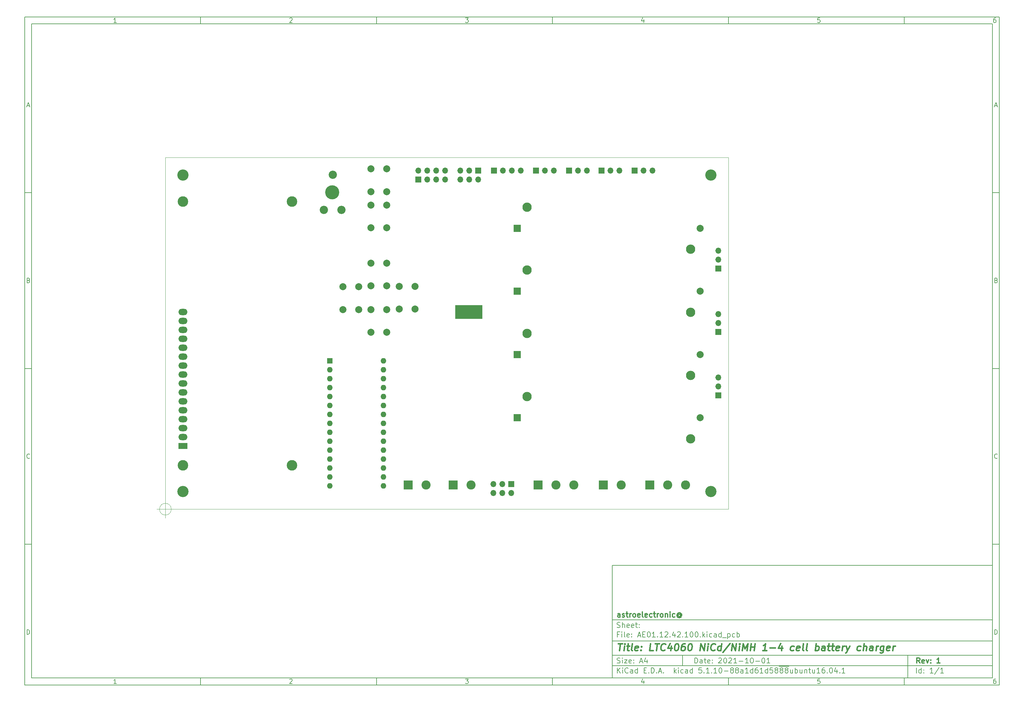
<source format=gbr>
%TF.GenerationSoftware,KiCad,Pcbnew,5.1.10-88a1d61d58~88~ubuntu16.04.1*%
%TF.CreationDate,2021-10-02T00:42:02+02:00*%
%TF.ProjectId,AE01.12.42.100,41453031-2e31-4322-9e34-322e3130302e,1*%
%TF.SameCoordinates,Original*%
%TF.FileFunction,Soldermask,Bot*%
%TF.FilePolarity,Negative*%
%FSLAX46Y46*%
G04 Gerber Fmt 4.6, Leading zero omitted, Abs format (unit mm)*
G04 Created by KiCad (PCBNEW 5.1.10-88a1d61d58~88~ubuntu16.04.1) date 2021-10-02 00:42:02*
%MOMM*%
%LPD*%
G01*
G04 APERTURE LIST*
%ADD10C,0.100000*%
%ADD11C,0.150000*%
%ADD12C,0.300000*%
%ADD13C,0.400000*%
%TA.AperFunction,Profile*%
%ADD14C,0.050000*%
%TD*%
%ADD15O,1.700000X1.700000*%
%ADD16R,1.700000X1.700000*%
%ADD17R,2.000000X2.000000*%
%ADD18C,2.000000*%
%ADD19C,2.640000*%
%ADD20C,4.000000*%
%ADD21C,2.340000*%
%ADD22C,3.000000*%
%ADD23O,2.600000X1.800000*%
%ADD24R,2.600000X1.800000*%
%ADD25C,3.200000*%
%ADD26C,2.600000*%
%ADD27R,2.600000X2.600000*%
%ADD28R,1.600000X1.600000*%
%ADD29O,1.600000X1.600000*%
G04 APERTURE END LIST*
D10*
D11*
X177002200Y-166007200D02*
X177002200Y-198007200D01*
X285002200Y-198007200D01*
X285002200Y-166007200D01*
X177002200Y-166007200D01*
D10*
D11*
X10000000Y-10000000D02*
X10000000Y-200007200D01*
X287002200Y-200007200D01*
X287002200Y-10000000D01*
X10000000Y-10000000D01*
D10*
D11*
X12000000Y-12000000D02*
X12000000Y-198007200D01*
X285002200Y-198007200D01*
X285002200Y-12000000D01*
X12000000Y-12000000D01*
D10*
D11*
X60000000Y-12000000D02*
X60000000Y-10000000D01*
D10*
D11*
X110000000Y-12000000D02*
X110000000Y-10000000D01*
D10*
D11*
X160000000Y-12000000D02*
X160000000Y-10000000D01*
D10*
D11*
X210000000Y-12000000D02*
X210000000Y-10000000D01*
D10*
D11*
X260000000Y-12000000D02*
X260000000Y-10000000D01*
D10*
D11*
X36065476Y-11588095D02*
X35322619Y-11588095D01*
X35694047Y-11588095D02*
X35694047Y-10288095D01*
X35570238Y-10473809D01*
X35446428Y-10597619D01*
X35322619Y-10659523D01*
D10*
D11*
X85322619Y-10411904D02*
X85384523Y-10350000D01*
X85508333Y-10288095D01*
X85817857Y-10288095D01*
X85941666Y-10350000D01*
X86003571Y-10411904D01*
X86065476Y-10535714D01*
X86065476Y-10659523D01*
X86003571Y-10845238D01*
X85260714Y-11588095D01*
X86065476Y-11588095D01*
D10*
D11*
X135260714Y-10288095D02*
X136065476Y-10288095D01*
X135632142Y-10783333D01*
X135817857Y-10783333D01*
X135941666Y-10845238D01*
X136003571Y-10907142D01*
X136065476Y-11030952D01*
X136065476Y-11340476D01*
X136003571Y-11464285D01*
X135941666Y-11526190D01*
X135817857Y-11588095D01*
X135446428Y-11588095D01*
X135322619Y-11526190D01*
X135260714Y-11464285D01*
D10*
D11*
X185941666Y-10721428D02*
X185941666Y-11588095D01*
X185632142Y-10226190D02*
X185322619Y-11154761D01*
X186127380Y-11154761D01*
D10*
D11*
X236003571Y-10288095D02*
X235384523Y-10288095D01*
X235322619Y-10907142D01*
X235384523Y-10845238D01*
X235508333Y-10783333D01*
X235817857Y-10783333D01*
X235941666Y-10845238D01*
X236003571Y-10907142D01*
X236065476Y-11030952D01*
X236065476Y-11340476D01*
X236003571Y-11464285D01*
X235941666Y-11526190D01*
X235817857Y-11588095D01*
X235508333Y-11588095D01*
X235384523Y-11526190D01*
X235322619Y-11464285D01*
D10*
D11*
X285941666Y-10288095D02*
X285694047Y-10288095D01*
X285570238Y-10350000D01*
X285508333Y-10411904D01*
X285384523Y-10597619D01*
X285322619Y-10845238D01*
X285322619Y-11340476D01*
X285384523Y-11464285D01*
X285446428Y-11526190D01*
X285570238Y-11588095D01*
X285817857Y-11588095D01*
X285941666Y-11526190D01*
X286003571Y-11464285D01*
X286065476Y-11340476D01*
X286065476Y-11030952D01*
X286003571Y-10907142D01*
X285941666Y-10845238D01*
X285817857Y-10783333D01*
X285570238Y-10783333D01*
X285446428Y-10845238D01*
X285384523Y-10907142D01*
X285322619Y-11030952D01*
D10*
D11*
X60000000Y-198007200D02*
X60000000Y-200007200D01*
D10*
D11*
X110000000Y-198007200D02*
X110000000Y-200007200D01*
D10*
D11*
X160000000Y-198007200D02*
X160000000Y-200007200D01*
D10*
D11*
X210000000Y-198007200D02*
X210000000Y-200007200D01*
D10*
D11*
X260000000Y-198007200D02*
X260000000Y-200007200D01*
D10*
D11*
X36065476Y-199595295D02*
X35322619Y-199595295D01*
X35694047Y-199595295D02*
X35694047Y-198295295D01*
X35570238Y-198481009D01*
X35446428Y-198604819D01*
X35322619Y-198666723D01*
D10*
D11*
X85322619Y-198419104D02*
X85384523Y-198357200D01*
X85508333Y-198295295D01*
X85817857Y-198295295D01*
X85941666Y-198357200D01*
X86003571Y-198419104D01*
X86065476Y-198542914D01*
X86065476Y-198666723D01*
X86003571Y-198852438D01*
X85260714Y-199595295D01*
X86065476Y-199595295D01*
D10*
D11*
X135260714Y-198295295D02*
X136065476Y-198295295D01*
X135632142Y-198790533D01*
X135817857Y-198790533D01*
X135941666Y-198852438D01*
X136003571Y-198914342D01*
X136065476Y-199038152D01*
X136065476Y-199347676D01*
X136003571Y-199471485D01*
X135941666Y-199533390D01*
X135817857Y-199595295D01*
X135446428Y-199595295D01*
X135322619Y-199533390D01*
X135260714Y-199471485D01*
D10*
D11*
X185941666Y-198728628D02*
X185941666Y-199595295D01*
X185632142Y-198233390D02*
X185322619Y-199161961D01*
X186127380Y-199161961D01*
D10*
D11*
X236003571Y-198295295D02*
X235384523Y-198295295D01*
X235322619Y-198914342D01*
X235384523Y-198852438D01*
X235508333Y-198790533D01*
X235817857Y-198790533D01*
X235941666Y-198852438D01*
X236003571Y-198914342D01*
X236065476Y-199038152D01*
X236065476Y-199347676D01*
X236003571Y-199471485D01*
X235941666Y-199533390D01*
X235817857Y-199595295D01*
X235508333Y-199595295D01*
X235384523Y-199533390D01*
X235322619Y-199471485D01*
D10*
D11*
X285941666Y-198295295D02*
X285694047Y-198295295D01*
X285570238Y-198357200D01*
X285508333Y-198419104D01*
X285384523Y-198604819D01*
X285322619Y-198852438D01*
X285322619Y-199347676D01*
X285384523Y-199471485D01*
X285446428Y-199533390D01*
X285570238Y-199595295D01*
X285817857Y-199595295D01*
X285941666Y-199533390D01*
X286003571Y-199471485D01*
X286065476Y-199347676D01*
X286065476Y-199038152D01*
X286003571Y-198914342D01*
X285941666Y-198852438D01*
X285817857Y-198790533D01*
X285570238Y-198790533D01*
X285446428Y-198852438D01*
X285384523Y-198914342D01*
X285322619Y-199038152D01*
D10*
D11*
X10000000Y-60000000D02*
X12000000Y-60000000D01*
D10*
D11*
X10000000Y-110000000D02*
X12000000Y-110000000D01*
D10*
D11*
X10000000Y-160000000D02*
X12000000Y-160000000D01*
D10*
D11*
X10690476Y-35216666D02*
X11309523Y-35216666D01*
X10566666Y-35588095D02*
X11000000Y-34288095D01*
X11433333Y-35588095D01*
D10*
D11*
X11092857Y-84907142D02*
X11278571Y-84969047D01*
X11340476Y-85030952D01*
X11402380Y-85154761D01*
X11402380Y-85340476D01*
X11340476Y-85464285D01*
X11278571Y-85526190D01*
X11154761Y-85588095D01*
X10659523Y-85588095D01*
X10659523Y-84288095D01*
X11092857Y-84288095D01*
X11216666Y-84350000D01*
X11278571Y-84411904D01*
X11340476Y-84535714D01*
X11340476Y-84659523D01*
X11278571Y-84783333D01*
X11216666Y-84845238D01*
X11092857Y-84907142D01*
X10659523Y-84907142D01*
D10*
D11*
X11402380Y-135464285D02*
X11340476Y-135526190D01*
X11154761Y-135588095D01*
X11030952Y-135588095D01*
X10845238Y-135526190D01*
X10721428Y-135402380D01*
X10659523Y-135278571D01*
X10597619Y-135030952D01*
X10597619Y-134845238D01*
X10659523Y-134597619D01*
X10721428Y-134473809D01*
X10845238Y-134350000D01*
X11030952Y-134288095D01*
X11154761Y-134288095D01*
X11340476Y-134350000D01*
X11402380Y-134411904D01*
D10*
D11*
X10659523Y-185588095D02*
X10659523Y-184288095D01*
X10969047Y-184288095D01*
X11154761Y-184350000D01*
X11278571Y-184473809D01*
X11340476Y-184597619D01*
X11402380Y-184845238D01*
X11402380Y-185030952D01*
X11340476Y-185278571D01*
X11278571Y-185402380D01*
X11154761Y-185526190D01*
X10969047Y-185588095D01*
X10659523Y-185588095D01*
D10*
D11*
X287002200Y-60000000D02*
X285002200Y-60000000D01*
D10*
D11*
X287002200Y-110000000D02*
X285002200Y-110000000D01*
D10*
D11*
X287002200Y-160000000D02*
X285002200Y-160000000D01*
D10*
D11*
X285692676Y-35216666D02*
X286311723Y-35216666D01*
X285568866Y-35588095D02*
X286002200Y-34288095D01*
X286435533Y-35588095D01*
D10*
D11*
X286095057Y-84907142D02*
X286280771Y-84969047D01*
X286342676Y-85030952D01*
X286404580Y-85154761D01*
X286404580Y-85340476D01*
X286342676Y-85464285D01*
X286280771Y-85526190D01*
X286156961Y-85588095D01*
X285661723Y-85588095D01*
X285661723Y-84288095D01*
X286095057Y-84288095D01*
X286218866Y-84350000D01*
X286280771Y-84411904D01*
X286342676Y-84535714D01*
X286342676Y-84659523D01*
X286280771Y-84783333D01*
X286218866Y-84845238D01*
X286095057Y-84907142D01*
X285661723Y-84907142D01*
D10*
D11*
X286404580Y-135464285D02*
X286342676Y-135526190D01*
X286156961Y-135588095D01*
X286033152Y-135588095D01*
X285847438Y-135526190D01*
X285723628Y-135402380D01*
X285661723Y-135278571D01*
X285599819Y-135030952D01*
X285599819Y-134845238D01*
X285661723Y-134597619D01*
X285723628Y-134473809D01*
X285847438Y-134350000D01*
X286033152Y-134288095D01*
X286156961Y-134288095D01*
X286342676Y-134350000D01*
X286404580Y-134411904D01*
D10*
D11*
X285661723Y-185588095D02*
X285661723Y-184288095D01*
X285971247Y-184288095D01*
X286156961Y-184350000D01*
X286280771Y-184473809D01*
X286342676Y-184597619D01*
X286404580Y-184845238D01*
X286404580Y-185030952D01*
X286342676Y-185278571D01*
X286280771Y-185402380D01*
X286156961Y-185526190D01*
X285971247Y-185588095D01*
X285661723Y-185588095D01*
D10*
D11*
X200434342Y-193785771D02*
X200434342Y-192285771D01*
X200791485Y-192285771D01*
X201005771Y-192357200D01*
X201148628Y-192500057D01*
X201220057Y-192642914D01*
X201291485Y-192928628D01*
X201291485Y-193142914D01*
X201220057Y-193428628D01*
X201148628Y-193571485D01*
X201005771Y-193714342D01*
X200791485Y-193785771D01*
X200434342Y-193785771D01*
X202577200Y-193785771D02*
X202577200Y-193000057D01*
X202505771Y-192857200D01*
X202362914Y-192785771D01*
X202077200Y-192785771D01*
X201934342Y-192857200D01*
X202577200Y-193714342D02*
X202434342Y-193785771D01*
X202077200Y-193785771D01*
X201934342Y-193714342D01*
X201862914Y-193571485D01*
X201862914Y-193428628D01*
X201934342Y-193285771D01*
X202077200Y-193214342D01*
X202434342Y-193214342D01*
X202577200Y-193142914D01*
X203077200Y-192785771D02*
X203648628Y-192785771D01*
X203291485Y-192285771D02*
X203291485Y-193571485D01*
X203362914Y-193714342D01*
X203505771Y-193785771D01*
X203648628Y-193785771D01*
X204720057Y-193714342D02*
X204577200Y-193785771D01*
X204291485Y-193785771D01*
X204148628Y-193714342D01*
X204077200Y-193571485D01*
X204077200Y-193000057D01*
X204148628Y-192857200D01*
X204291485Y-192785771D01*
X204577200Y-192785771D01*
X204720057Y-192857200D01*
X204791485Y-193000057D01*
X204791485Y-193142914D01*
X204077200Y-193285771D01*
X205434342Y-193642914D02*
X205505771Y-193714342D01*
X205434342Y-193785771D01*
X205362914Y-193714342D01*
X205434342Y-193642914D01*
X205434342Y-193785771D01*
X205434342Y-192857200D02*
X205505771Y-192928628D01*
X205434342Y-193000057D01*
X205362914Y-192928628D01*
X205434342Y-192857200D01*
X205434342Y-193000057D01*
X207220057Y-192428628D02*
X207291485Y-192357200D01*
X207434342Y-192285771D01*
X207791485Y-192285771D01*
X207934342Y-192357200D01*
X208005771Y-192428628D01*
X208077200Y-192571485D01*
X208077200Y-192714342D01*
X208005771Y-192928628D01*
X207148628Y-193785771D01*
X208077200Y-193785771D01*
X209005771Y-192285771D02*
X209148628Y-192285771D01*
X209291485Y-192357200D01*
X209362914Y-192428628D01*
X209434342Y-192571485D01*
X209505771Y-192857200D01*
X209505771Y-193214342D01*
X209434342Y-193500057D01*
X209362914Y-193642914D01*
X209291485Y-193714342D01*
X209148628Y-193785771D01*
X209005771Y-193785771D01*
X208862914Y-193714342D01*
X208791485Y-193642914D01*
X208720057Y-193500057D01*
X208648628Y-193214342D01*
X208648628Y-192857200D01*
X208720057Y-192571485D01*
X208791485Y-192428628D01*
X208862914Y-192357200D01*
X209005771Y-192285771D01*
X210077200Y-192428628D02*
X210148628Y-192357200D01*
X210291485Y-192285771D01*
X210648628Y-192285771D01*
X210791485Y-192357200D01*
X210862914Y-192428628D01*
X210934342Y-192571485D01*
X210934342Y-192714342D01*
X210862914Y-192928628D01*
X210005771Y-193785771D01*
X210934342Y-193785771D01*
X212362914Y-193785771D02*
X211505771Y-193785771D01*
X211934342Y-193785771D02*
X211934342Y-192285771D01*
X211791485Y-192500057D01*
X211648628Y-192642914D01*
X211505771Y-192714342D01*
X213005771Y-193214342D02*
X214148628Y-193214342D01*
X215648628Y-193785771D02*
X214791485Y-193785771D01*
X215220057Y-193785771D02*
X215220057Y-192285771D01*
X215077200Y-192500057D01*
X214934342Y-192642914D01*
X214791485Y-192714342D01*
X216577200Y-192285771D02*
X216720057Y-192285771D01*
X216862914Y-192357200D01*
X216934342Y-192428628D01*
X217005771Y-192571485D01*
X217077200Y-192857200D01*
X217077200Y-193214342D01*
X217005771Y-193500057D01*
X216934342Y-193642914D01*
X216862914Y-193714342D01*
X216720057Y-193785771D01*
X216577200Y-193785771D01*
X216434342Y-193714342D01*
X216362914Y-193642914D01*
X216291485Y-193500057D01*
X216220057Y-193214342D01*
X216220057Y-192857200D01*
X216291485Y-192571485D01*
X216362914Y-192428628D01*
X216434342Y-192357200D01*
X216577200Y-192285771D01*
X217720057Y-193214342D02*
X218862914Y-193214342D01*
X219862914Y-192285771D02*
X220005771Y-192285771D01*
X220148628Y-192357200D01*
X220220057Y-192428628D01*
X220291485Y-192571485D01*
X220362914Y-192857200D01*
X220362914Y-193214342D01*
X220291485Y-193500057D01*
X220220057Y-193642914D01*
X220148628Y-193714342D01*
X220005771Y-193785771D01*
X219862914Y-193785771D01*
X219720057Y-193714342D01*
X219648628Y-193642914D01*
X219577200Y-193500057D01*
X219505771Y-193214342D01*
X219505771Y-192857200D01*
X219577200Y-192571485D01*
X219648628Y-192428628D01*
X219720057Y-192357200D01*
X219862914Y-192285771D01*
X221791485Y-193785771D02*
X220934342Y-193785771D01*
X221362914Y-193785771D02*
X221362914Y-192285771D01*
X221220057Y-192500057D01*
X221077200Y-192642914D01*
X220934342Y-192714342D01*
D10*
D11*
X177002200Y-194507200D02*
X285002200Y-194507200D01*
D10*
D11*
X178434342Y-196585771D02*
X178434342Y-195085771D01*
X179291485Y-196585771D02*
X178648628Y-195728628D01*
X179291485Y-195085771D02*
X178434342Y-195942914D01*
X179934342Y-196585771D02*
X179934342Y-195585771D01*
X179934342Y-195085771D02*
X179862914Y-195157200D01*
X179934342Y-195228628D01*
X180005771Y-195157200D01*
X179934342Y-195085771D01*
X179934342Y-195228628D01*
X181505771Y-196442914D02*
X181434342Y-196514342D01*
X181220057Y-196585771D01*
X181077200Y-196585771D01*
X180862914Y-196514342D01*
X180720057Y-196371485D01*
X180648628Y-196228628D01*
X180577200Y-195942914D01*
X180577200Y-195728628D01*
X180648628Y-195442914D01*
X180720057Y-195300057D01*
X180862914Y-195157200D01*
X181077200Y-195085771D01*
X181220057Y-195085771D01*
X181434342Y-195157200D01*
X181505771Y-195228628D01*
X182791485Y-196585771D02*
X182791485Y-195800057D01*
X182720057Y-195657200D01*
X182577200Y-195585771D01*
X182291485Y-195585771D01*
X182148628Y-195657200D01*
X182791485Y-196514342D02*
X182648628Y-196585771D01*
X182291485Y-196585771D01*
X182148628Y-196514342D01*
X182077200Y-196371485D01*
X182077200Y-196228628D01*
X182148628Y-196085771D01*
X182291485Y-196014342D01*
X182648628Y-196014342D01*
X182791485Y-195942914D01*
X184148628Y-196585771D02*
X184148628Y-195085771D01*
X184148628Y-196514342D02*
X184005771Y-196585771D01*
X183720057Y-196585771D01*
X183577200Y-196514342D01*
X183505771Y-196442914D01*
X183434342Y-196300057D01*
X183434342Y-195871485D01*
X183505771Y-195728628D01*
X183577200Y-195657200D01*
X183720057Y-195585771D01*
X184005771Y-195585771D01*
X184148628Y-195657200D01*
X186005771Y-195800057D02*
X186505771Y-195800057D01*
X186720057Y-196585771D02*
X186005771Y-196585771D01*
X186005771Y-195085771D01*
X186720057Y-195085771D01*
X187362914Y-196442914D02*
X187434342Y-196514342D01*
X187362914Y-196585771D01*
X187291485Y-196514342D01*
X187362914Y-196442914D01*
X187362914Y-196585771D01*
X188077200Y-196585771D02*
X188077200Y-195085771D01*
X188434342Y-195085771D01*
X188648628Y-195157200D01*
X188791485Y-195300057D01*
X188862914Y-195442914D01*
X188934342Y-195728628D01*
X188934342Y-195942914D01*
X188862914Y-196228628D01*
X188791485Y-196371485D01*
X188648628Y-196514342D01*
X188434342Y-196585771D01*
X188077200Y-196585771D01*
X189577200Y-196442914D02*
X189648628Y-196514342D01*
X189577200Y-196585771D01*
X189505771Y-196514342D01*
X189577200Y-196442914D01*
X189577200Y-196585771D01*
X190220057Y-196157200D02*
X190934342Y-196157200D01*
X190077200Y-196585771D02*
X190577200Y-195085771D01*
X191077200Y-196585771D01*
X191577200Y-196442914D02*
X191648628Y-196514342D01*
X191577200Y-196585771D01*
X191505771Y-196514342D01*
X191577200Y-196442914D01*
X191577200Y-196585771D01*
X194577200Y-196585771D02*
X194577200Y-195085771D01*
X194720057Y-196014342D02*
X195148628Y-196585771D01*
X195148628Y-195585771D02*
X194577200Y-196157200D01*
X195791485Y-196585771D02*
X195791485Y-195585771D01*
X195791485Y-195085771D02*
X195720057Y-195157200D01*
X195791485Y-195228628D01*
X195862914Y-195157200D01*
X195791485Y-195085771D01*
X195791485Y-195228628D01*
X197148628Y-196514342D02*
X197005771Y-196585771D01*
X196720057Y-196585771D01*
X196577200Y-196514342D01*
X196505771Y-196442914D01*
X196434342Y-196300057D01*
X196434342Y-195871485D01*
X196505771Y-195728628D01*
X196577200Y-195657200D01*
X196720057Y-195585771D01*
X197005771Y-195585771D01*
X197148628Y-195657200D01*
X198434342Y-196585771D02*
X198434342Y-195800057D01*
X198362914Y-195657200D01*
X198220057Y-195585771D01*
X197934342Y-195585771D01*
X197791485Y-195657200D01*
X198434342Y-196514342D02*
X198291485Y-196585771D01*
X197934342Y-196585771D01*
X197791485Y-196514342D01*
X197720057Y-196371485D01*
X197720057Y-196228628D01*
X197791485Y-196085771D01*
X197934342Y-196014342D01*
X198291485Y-196014342D01*
X198434342Y-195942914D01*
X199791485Y-196585771D02*
X199791485Y-195085771D01*
X199791485Y-196514342D02*
X199648628Y-196585771D01*
X199362914Y-196585771D01*
X199220057Y-196514342D01*
X199148628Y-196442914D01*
X199077200Y-196300057D01*
X199077200Y-195871485D01*
X199148628Y-195728628D01*
X199220057Y-195657200D01*
X199362914Y-195585771D01*
X199648628Y-195585771D01*
X199791485Y-195657200D01*
X202362914Y-195085771D02*
X201648628Y-195085771D01*
X201577200Y-195800057D01*
X201648628Y-195728628D01*
X201791485Y-195657200D01*
X202148628Y-195657200D01*
X202291485Y-195728628D01*
X202362914Y-195800057D01*
X202434342Y-195942914D01*
X202434342Y-196300057D01*
X202362914Y-196442914D01*
X202291485Y-196514342D01*
X202148628Y-196585771D01*
X201791485Y-196585771D01*
X201648628Y-196514342D01*
X201577200Y-196442914D01*
X203077200Y-196442914D02*
X203148628Y-196514342D01*
X203077200Y-196585771D01*
X203005771Y-196514342D01*
X203077200Y-196442914D01*
X203077200Y-196585771D01*
X204577200Y-196585771D02*
X203720057Y-196585771D01*
X204148628Y-196585771D02*
X204148628Y-195085771D01*
X204005771Y-195300057D01*
X203862914Y-195442914D01*
X203720057Y-195514342D01*
X205220057Y-196442914D02*
X205291485Y-196514342D01*
X205220057Y-196585771D01*
X205148628Y-196514342D01*
X205220057Y-196442914D01*
X205220057Y-196585771D01*
X206720057Y-196585771D02*
X205862914Y-196585771D01*
X206291485Y-196585771D02*
X206291485Y-195085771D01*
X206148628Y-195300057D01*
X206005771Y-195442914D01*
X205862914Y-195514342D01*
X207648628Y-195085771D02*
X207791485Y-195085771D01*
X207934342Y-195157200D01*
X208005771Y-195228628D01*
X208077200Y-195371485D01*
X208148628Y-195657200D01*
X208148628Y-196014342D01*
X208077200Y-196300057D01*
X208005771Y-196442914D01*
X207934342Y-196514342D01*
X207791485Y-196585771D01*
X207648628Y-196585771D01*
X207505771Y-196514342D01*
X207434342Y-196442914D01*
X207362914Y-196300057D01*
X207291485Y-196014342D01*
X207291485Y-195657200D01*
X207362914Y-195371485D01*
X207434342Y-195228628D01*
X207505771Y-195157200D01*
X207648628Y-195085771D01*
X208791485Y-196014342D02*
X209934342Y-196014342D01*
X210862914Y-195728628D02*
X210720057Y-195657200D01*
X210648628Y-195585771D01*
X210577200Y-195442914D01*
X210577200Y-195371485D01*
X210648628Y-195228628D01*
X210720057Y-195157200D01*
X210862914Y-195085771D01*
X211148628Y-195085771D01*
X211291485Y-195157200D01*
X211362914Y-195228628D01*
X211434342Y-195371485D01*
X211434342Y-195442914D01*
X211362914Y-195585771D01*
X211291485Y-195657200D01*
X211148628Y-195728628D01*
X210862914Y-195728628D01*
X210720057Y-195800057D01*
X210648628Y-195871485D01*
X210577200Y-196014342D01*
X210577200Y-196300057D01*
X210648628Y-196442914D01*
X210720057Y-196514342D01*
X210862914Y-196585771D01*
X211148628Y-196585771D01*
X211291485Y-196514342D01*
X211362914Y-196442914D01*
X211434342Y-196300057D01*
X211434342Y-196014342D01*
X211362914Y-195871485D01*
X211291485Y-195800057D01*
X211148628Y-195728628D01*
X212291485Y-195728628D02*
X212148628Y-195657200D01*
X212077200Y-195585771D01*
X212005771Y-195442914D01*
X212005771Y-195371485D01*
X212077200Y-195228628D01*
X212148628Y-195157200D01*
X212291485Y-195085771D01*
X212577200Y-195085771D01*
X212720057Y-195157200D01*
X212791485Y-195228628D01*
X212862914Y-195371485D01*
X212862914Y-195442914D01*
X212791485Y-195585771D01*
X212720057Y-195657200D01*
X212577200Y-195728628D01*
X212291485Y-195728628D01*
X212148628Y-195800057D01*
X212077200Y-195871485D01*
X212005771Y-196014342D01*
X212005771Y-196300057D01*
X212077200Y-196442914D01*
X212148628Y-196514342D01*
X212291485Y-196585771D01*
X212577200Y-196585771D01*
X212720057Y-196514342D01*
X212791485Y-196442914D01*
X212862914Y-196300057D01*
X212862914Y-196014342D01*
X212791485Y-195871485D01*
X212720057Y-195800057D01*
X212577200Y-195728628D01*
X214148628Y-196585771D02*
X214148628Y-195800057D01*
X214077200Y-195657200D01*
X213934342Y-195585771D01*
X213648628Y-195585771D01*
X213505771Y-195657200D01*
X214148628Y-196514342D02*
X214005771Y-196585771D01*
X213648628Y-196585771D01*
X213505771Y-196514342D01*
X213434342Y-196371485D01*
X213434342Y-196228628D01*
X213505771Y-196085771D01*
X213648628Y-196014342D01*
X214005771Y-196014342D01*
X214148628Y-195942914D01*
X215648628Y-196585771D02*
X214791485Y-196585771D01*
X215220057Y-196585771D02*
X215220057Y-195085771D01*
X215077200Y-195300057D01*
X214934342Y-195442914D01*
X214791485Y-195514342D01*
X216934342Y-196585771D02*
X216934342Y-195085771D01*
X216934342Y-196514342D02*
X216791485Y-196585771D01*
X216505771Y-196585771D01*
X216362914Y-196514342D01*
X216291485Y-196442914D01*
X216220057Y-196300057D01*
X216220057Y-195871485D01*
X216291485Y-195728628D01*
X216362914Y-195657200D01*
X216505771Y-195585771D01*
X216791485Y-195585771D01*
X216934342Y-195657200D01*
X218291485Y-195085771D02*
X218005771Y-195085771D01*
X217862914Y-195157200D01*
X217791485Y-195228628D01*
X217648628Y-195442914D01*
X217577200Y-195728628D01*
X217577200Y-196300057D01*
X217648628Y-196442914D01*
X217720057Y-196514342D01*
X217862914Y-196585771D01*
X218148628Y-196585771D01*
X218291485Y-196514342D01*
X218362914Y-196442914D01*
X218434342Y-196300057D01*
X218434342Y-195942914D01*
X218362914Y-195800057D01*
X218291485Y-195728628D01*
X218148628Y-195657200D01*
X217862914Y-195657200D01*
X217720057Y-195728628D01*
X217648628Y-195800057D01*
X217577200Y-195942914D01*
X219862914Y-196585771D02*
X219005771Y-196585771D01*
X219434342Y-196585771D02*
X219434342Y-195085771D01*
X219291485Y-195300057D01*
X219148628Y-195442914D01*
X219005771Y-195514342D01*
X221148628Y-196585771D02*
X221148628Y-195085771D01*
X221148628Y-196514342D02*
X221005771Y-196585771D01*
X220720057Y-196585771D01*
X220577200Y-196514342D01*
X220505771Y-196442914D01*
X220434342Y-196300057D01*
X220434342Y-195871485D01*
X220505771Y-195728628D01*
X220577200Y-195657200D01*
X220720057Y-195585771D01*
X221005771Y-195585771D01*
X221148628Y-195657200D01*
X222577200Y-195085771D02*
X221862914Y-195085771D01*
X221791485Y-195800057D01*
X221862914Y-195728628D01*
X222005771Y-195657200D01*
X222362914Y-195657200D01*
X222505771Y-195728628D01*
X222577200Y-195800057D01*
X222648628Y-195942914D01*
X222648628Y-196300057D01*
X222577200Y-196442914D01*
X222505771Y-196514342D01*
X222362914Y-196585771D01*
X222005771Y-196585771D01*
X221862914Y-196514342D01*
X221791485Y-196442914D01*
X223505771Y-195728628D02*
X223362914Y-195657200D01*
X223291485Y-195585771D01*
X223220057Y-195442914D01*
X223220057Y-195371485D01*
X223291485Y-195228628D01*
X223362914Y-195157200D01*
X223505771Y-195085771D01*
X223791485Y-195085771D01*
X223934342Y-195157200D01*
X224005771Y-195228628D01*
X224077200Y-195371485D01*
X224077200Y-195442914D01*
X224005771Y-195585771D01*
X223934342Y-195657200D01*
X223791485Y-195728628D01*
X223505771Y-195728628D01*
X223362914Y-195800057D01*
X223291485Y-195871485D01*
X223220057Y-196014342D01*
X223220057Y-196300057D01*
X223291485Y-196442914D01*
X223362914Y-196514342D01*
X223505771Y-196585771D01*
X223791485Y-196585771D01*
X223934342Y-196514342D01*
X224005771Y-196442914D01*
X224077200Y-196300057D01*
X224077200Y-196014342D01*
X224005771Y-195871485D01*
X223934342Y-195800057D01*
X223791485Y-195728628D01*
X224362914Y-194677200D02*
X225791485Y-194677200D01*
X224934342Y-195728628D02*
X224791485Y-195657200D01*
X224720057Y-195585771D01*
X224648628Y-195442914D01*
X224648628Y-195371485D01*
X224720057Y-195228628D01*
X224791485Y-195157200D01*
X224934342Y-195085771D01*
X225220057Y-195085771D01*
X225362914Y-195157200D01*
X225434342Y-195228628D01*
X225505771Y-195371485D01*
X225505771Y-195442914D01*
X225434342Y-195585771D01*
X225362914Y-195657200D01*
X225220057Y-195728628D01*
X224934342Y-195728628D01*
X224791485Y-195800057D01*
X224720057Y-195871485D01*
X224648628Y-196014342D01*
X224648628Y-196300057D01*
X224720057Y-196442914D01*
X224791485Y-196514342D01*
X224934342Y-196585771D01*
X225220057Y-196585771D01*
X225362914Y-196514342D01*
X225434342Y-196442914D01*
X225505771Y-196300057D01*
X225505771Y-196014342D01*
X225434342Y-195871485D01*
X225362914Y-195800057D01*
X225220057Y-195728628D01*
X225791485Y-194677200D02*
X227220057Y-194677200D01*
X226362914Y-195728628D02*
X226220057Y-195657200D01*
X226148628Y-195585771D01*
X226077199Y-195442914D01*
X226077199Y-195371485D01*
X226148628Y-195228628D01*
X226220057Y-195157200D01*
X226362914Y-195085771D01*
X226648628Y-195085771D01*
X226791485Y-195157200D01*
X226862914Y-195228628D01*
X226934342Y-195371485D01*
X226934342Y-195442914D01*
X226862914Y-195585771D01*
X226791485Y-195657200D01*
X226648628Y-195728628D01*
X226362914Y-195728628D01*
X226220057Y-195800057D01*
X226148628Y-195871485D01*
X226077199Y-196014342D01*
X226077199Y-196300057D01*
X226148628Y-196442914D01*
X226220057Y-196514342D01*
X226362914Y-196585771D01*
X226648628Y-196585771D01*
X226791485Y-196514342D01*
X226862914Y-196442914D01*
X226934342Y-196300057D01*
X226934342Y-196014342D01*
X226862914Y-195871485D01*
X226791485Y-195800057D01*
X226648628Y-195728628D01*
X228220057Y-195585771D02*
X228220057Y-196585771D01*
X227577199Y-195585771D02*
X227577199Y-196371485D01*
X227648628Y-196514342D01*
X227791485Y-196585771D01*
X228005771Y-196585771D01*
X228148628Y-196514342D01*
X228220057Y-196442914D01*
X228934342Y-196585771D02*
X228934342Y-195085771D01*
X228934342Y-195657200D02*
X229077199Y-195585771D01*
X229362914Y-195585771D01*
X229505771Y-195657200D01*
X229577199Y-195728628D01*
X229648628Y-195871485D01*
X229648628Y-196300057D01*
X229577199Y-196442914D01*
X229505771Y-196514342D01*
X229362914Y-196585771D01*
X229077199Y-196585771D01*
X228934342Y-196514342D01*
X230934342Y-195585771D02*
X230934342Y-196585771D01*
X230291485Y-195585771D02*
X230291485Y-196371485D01*
X230362914Y-196514342D01*
X230505771Y-196585771D01*
X230720057Y-196585771D01*
X230862914Y-196514342D01*
X230934342Y-196442914D01*
X231648628Y-195585771D02*
X231648628Y-196585771D01*
X231648628Y-195728628D02*
X231720057Y-195657200D01*
X231862914Y-195585771D01*
X232077199Y-195585771D01*
X232220057Y-195657200D01*
X232291485Y-195800057D01*
X232291485Y-196585771D01*
X232791485Y-195585771D02*
X233362914Y-195585771D01*
X233005771Y-195085771D02*
X233005771Y-196371485D01*
X233077199Y-196514342D01*
X233220057Y-196585771D01*
X233362914Y-196585771D01*
X234505771Y-195585771D02*
X234505771Y-196585771D01*
X233862914Y-195585771D02*
X233862914Y-196371485D01*
X233934342Y-196514342D01*
X234077200Y-196585771D01*
X234291485Y-196585771D01*
X234434342Y-196514342D01*
X234505771Y-196442914D01*
X236005771Y-196585771D02*
X235148628Y-196585771D01*
X235577200Y-196585771D02*
X235577200Y-195085771D01*
X235434342Y-195300057D01*
X235291485Y-195442914D01*
X235148628Y-195514342D01*
X237291485Y-195085771D02*
X237005771Y-195085771D01*
X236862914Y-195157200D01*
X236791485Y-195228628D01*
X236648628Y-195442914D01*
X236577199Y-195728628D01*
X236577199Y-196300057D01*
X236648628Y-196442914D01*
X236720057Y-196514342D01*
X236862914Y-196585771D01*
X237148628Y-196585771D01*
X237291485Y-196514342D01*
X237362914Y-196442914D01*
X237434342Y-196300057D01*
X237434342Y-195942914D01*
X237362914Y-195800057D01*
X237291485Y-195728628D01*
X237148628Y-195657200D01*
X236862914Y-195657200D01*
X236720057Y-195728628D01*
X236648628Y-195800057D01*
X236577199Y-195942914D01*
X238077199Y-196442914D02*
X238148628Y-196514342D01*
X238077199Y-196585771D01*
X238005771Y-196514342D01*
X238077199Y-196442914D01*
X238077199Y-196585771D01*
X239077199Y-195085771D02*
X239220057Y-195085771D01*
X239362914Y-195157200D01*
X239434342Y-195228628D01*
X239505771Y-195371485D01*
X239577199Y-195657200D01*
X239577199Y-196014342D01*
X239505771Y-196300057D01*
X239434342Y-196442914D01*
X239362914Y-196514342D01*
X239220057Y-196585771D01*
X239077199Y-196585771D01*
X238934342Y-196514342D01*
X238862914Y-196442914D01*
X238791485Y-196300057D01*
X238720057Y-196014342D01*
X238720057Y-195657200D01*
X238791485Y-195371485D01*
X238862914Y-195228628D01*
X238934342Y-195157200D01*
X239077199Y-195085771D01*
X240862914Y-195585771D02*
X240862914Y-196585771D01*
X240505771Y-195014342D02*
X240148628Y-196085771D01*
X241077199Y-196085771D01*
X241648628Y-196442914D02*
X241720057Y-196514342D01*
X241648628Y-196585771D01*
X241577199Y-196514342D01*
X241648628Y-196442914D01*
X241648628Y-196585771D01*
X243148628Y-196585771D02*
X242291485Y-196585771D01*
X242720057Y-196585771D02*
X242720057Y-195085771D01*
X242577199Y-195300057D01*
X242434342Y-195442914D01*
X242291485Y-195514342D01*
D10*
D11*
X177002200Y-191507200D02*
X285002200Y-191507200D01*
D10*
D12*
X264411485Y-193785771D02*
X263911485Y-193071485D01*
X263554342Y-193785771D02*
X263554342Y-192285771D01*
X264125771Y-192285771D01*
X264268628Y-192357200D01*
X264340057Y-192428628D01*
X264411485Y-192571485D01*
X264411485Y-192785771D01*
X264340057Y-192928628D01*
X264268628Y-193000057D01*
X264125771Y-193071485D01*
X263554342Y-193071485D01*
X265625771Y-193714342D02*
X265482914Y-193785771D01*
X265197200Y-193785771D01*
X265054342Y-193714342D01*
X264982914Y-193571485D01*
X264982914Y-193000057D01*
X265054342Y-192857200D01*
X265197200Y-192785771D01*
X265482914Y-192785771D01*
X265625771Y-192857200D01*
X265697200Y-193000057D01*
X265697200Y-193142914D01*
X264982914Y-193285771D01*
X266197200Y-192785771D02*
X266554342Y-193785771D01*
X266911485Y-192785771D01*
X267482914Y-193642914D02*
X267554342Y-193714342D01*
X267482914Y-193785771D01*
X267411485Y-193714342D01*
X267482914Y-193642914D01*
X267482914Y-193785771D01*
X267482914Y-192857200D02*
X267554342Y-192928628D01*
X267482914Y-193000057D01*
X267411485Y-192928628D01*
X267482914Y-192857200D01*
X267482914Y-193000057D01*
X270125771Y-193785771D02*
X269268628Y-193785771D01*
X269697200Y-193785771D02*
X269697200Y-192285771D01*
X269554342Y-192500057D01*
X269411485Y-192642914D01*
X269268628Y-192714342D01*
D10*
D11*
X178362914Y-193714342D02*
X178577200Y-193785771D01*
X178934342Y-193785771D01*
X179077200Y-193714342D01*
X179148628Y-193642914D01*
X179220057Y-193500057D01*
X179220057Y-193357200D01*
X179148628Y-193214342D01*
X179077200Y-193142914D01*
X178934342Y-193071485D01*
X178648628Y-193000057D01*
X178505771Y-192928628D01*
X178434342Y-192857200D01*
X178362914Y-192714342D01*
X178362914Y-192571485D01*
X178434342Y-192428628D01*
X178505771Y-192357200D01*
X178648628Y-192285771D01*
X179005771Y-192285771D01*
X179220057Y-192357200D01*
X179862914Y-193785771D02*
X179862914Y-192785771D01*
X179862914Y-192285771D02*
X179791485Y-192357200D01*
X179862914Y-192428628D01*
X179934342Y-192357200D01*
X179862914Y-192285771D01*
X179862914Y-192428628D01*
X180434342Y-192785771D02*
X181220057Y-192785771D01*
X180434342Y-193785771D01*
X181220057Y-193785771D01*
X182362914Y-193714342D02*
X182220057Y-193785771D01*
X181934342Y-193785771D01*
X181791485Y-193714342D01*
X181720057Y-193571485D01*
X181720057Y-193000057D01*
X181791485Y-192857200D01*
X181934342Y-192785771D01*
X182220057Y-192785771D01*
X182362914Y-192857200D01*
X182434342Y-193000057D01*
X182434342Y-193142914D01*
X181720057Y-193285771D01*
X183077200Y-193642914D02*
X183148628Y-193714342D01*
X183077200Y-193785771D01*
X183005771Y-193714342D01*
X183077200Y-193642914D01*
X183077200Y-193785771D01*
X183077200Y-192857200D02*
X183148628Y-192928628D01*
X183077200Y-193000057D01*
X183005771Y-192928628D01*
X183077200Y-192857200D01*
X183077200Y-193000057D01*
X184862914Y-193357200D02*
X185577200Y-193357200D01*
X184720057Y-193785771D02*
X185220057Y-192285771D01*
X185720057Y-193785771D01*
X186862914Y-192785771D02*
X186862914Y-193785771D01*
X186505771Y-192214342D02*
X186148628Y-193285771D01*
X187077200Y-193285771D01*
D10*
D11*
X263434342Y-196585771D02*
X263434342Y-195085771D01*
X264791485Y-196585771D02*
X264791485Y-195085771D01*
X264791485Y-196514342D02*
X264648628Y-196585771D01*
X264362914Y-196585771D01*
X264220057Y-196514342D01*
X264148628Y-196442914D01*
X264077200Y-196300057D01*
X264077200Y-195871485D01*
X264148628Y-195728628D01*
X264220057Y-195657200D01*
X264362914Y-195585771D01*
X264648628Y-195585771D01*
X264791485Y-195657200D01*
X265505771Y-196442914D02*
X265577200Y-196514342D01*
X265505771Y-196585771D01*
X265434342Y-196514342D01*
X265505771Y-196442914D01*
X265505771Y-196585771D01*
X265505771Y-195657200D02*
X265577200Y-195728628D01*
X265505771Y-195800057D01*
X265434342Y-195728628D01*
X265505771Y-195657200D01*
X265505771Y-195800057D01*
X268148628Y-196585771D02*
X267291485Y-196585771D01*
X267720057Y-196585771D02*
X267720057Y-195085771D01*
X267577200Y-195300057D01*
X267434342Y-195442914D01*
X267291485Y-195514342D01*
X269862914Y-195014342D02*
X268577200Y-196942914D01*
X271148628Y-196585771D02*
X270291485Y-196585771D01*
X270720057Y-196585771D02*
X270720057Y-195085771D01*
X270577200Y-195300057D01*
X270434342Y-195442914D01*
X270291485Y-195514342D01*
D10*
D11*
X177002200Y-187507200D02*
X285002200Y-187507200D01*
D10*
D13*
X178714580Y-188211961D02*
X179857438Y-188211961D01*
X179036009Y-190211961D02*
X179286009Y-188211961D01*
X180274104Y-190211961D02*
X180440771Y-188878628D01*
X180524104Y-188211961D02*
X180416961Y-188307200D01*
X180500295Y-188402438D01*
X180607438Y-188307200D01*
X180524104Y-188211961D01*
X180500295Y-188402438D01*
X181107438Y-188878628D02*
X181869342Y-188878628D01*
X181476485Y-188211961D02*
X181262200Y-189926247D01*
X181333628Y-190116723D01*
X181512200Y-190211961D01*
X181702676Y-190211961D01*
X182655057Y-190211961D02*
X182476485Y-190116723D01*
X182405057Y-189926247D01*
X182619342Y-188211961D01*
X184190771Y-190116723D02*
X183988390Y-190211961D01*
X183607438Y-190211961D01*
X183428866Y-190116723D01*
X183357438Y-189926247D01*
X183452676Y-189164342D01*
X183571723Y-188973866D01*
X183774104Y-188878628D01*
X184155057Y-188878628D01*
X184333628Y-188973866D01*
X184405057Y-189164342D01*
X184381247Y-189354819D01*
X183405057Y-189545295D01*
X185155057Y-190021485D02*
X185238390Y-190116723D01*
X185131247Y-190211961D01*
X185047914Y-190116723D01*
X185155057Y-190021485D01*
X185131247Y-190211961D01*
X185286009Y-188973866D02*
X185369342Y-189069104D01*
X185262200Y-189164342D01*
X185178866Y-189069104D01*
X185286009Y-188973866D01*
X185262200Y-189164342D01*
X188559819Y-190211961D02*
X187607438Y-190211961D01*
X187857438Y-188211961D01*
X189190771Y-188211961D02*
X190333628Y-188211961D01*
X189512200Y-190211961D02*
X189762200Y-188211961D01*
X191916961Y-190021485D02*
X191809819Y-190116723D01*
X191512200Y-190211961D01*
X191321723Y-190211961D01*
X191047914Y-190116723D01*
X190881247Y-189926247D01*
X190809819Y-189735771D01*
X190762200Y-189354819D01*
X190797914Y-189069104D01*
X190940771Y-188688152D01*
X191059819Y-188497676D01*
X191274104Y-188307200D01*
X191571723Y-188211961D01*
X191762200Y-188211961D01*
X192036009Y-188307200D01*
X192119342Y-188402438D01*
X193774104Y-188878628D02*
X193607438Y-190211961D01*
X193393152Y-188116723D02*
X192738390Y-189545295D01*
X193976485Y-189545295D01*
X195286009Y-188211961D02*
X195476485Y-188211961D01*
X195655057Y-188307200D01*
X195738390Y-188402438D01*
X195809819Y-188592914D01*
X195857438Y-188973866D01*
X195797914Y-189450057D01*
X195655057Y-189831009D01*
X195536009Y-190021485D01*
X195428866Y-190116723D01*
X195226485Y-190211961D01*
X195036009Y-190211961D01*
X194857438Y-190116723D01*
X194774104Y-190021485D01*
X194702676Y-189831009D01*
X194655057Y-189450057D01*
X194714580Y-188973866D01*
X194857438Y-188592914D01*
X194976485Y-188402438D01*
X195083628Y-188307200D01*
X195286009Y-188211961D01*
X197666961Y-188211961D02*
X197286009Y-188211961D01*
X197083628Y-188307200D01*
X196976485Y-188402438D01*
X196750295Y-188688152D01*
X196607438Y-189069104D01*
X196512200Y-189831009D01*
X196583628Y-190021485D01*
X196666961Y-190116723D01*
X196845533Y-190211961D01*
X197226485Y-190211961D01*
X197428866Y-190116723D01*
X197536009Y-190021485D01*
X197655057Y-189831009D01*
X197714580Y-189354819D01*
X197643152Y-189164342D01*
X197559819Y-189069104D01*
X197381247Y-188973866D01*
X197000295Y-188973866D01*
X196797914Y-189069104D01*
X196690771Y-189164342D01*
X196571723Y-189354819D01*
X199095533Y-188211961D02*
X199286009Y-188211961D01*
X199464580Y-188307200D01*
X199547914Y-188402438D01*
X199619342Y-188592914D01*
X199666961Y-188973866D01*
X199607438Y-189450057D01*
X199464580Y-189831009D01*
X199345533Y-190021485D01*
X199238390Y-190116723D01*
X199036009Y-190211961D01*
X198845533Y-190211961D01*
X198666961Y-190116723D01*
X198583628Y-190021485D01*
X198512200Y-189831009D01*
X198464580Y-189450057D01*
X198524104Y-188973866D01*
X198666961Y-188592914D01*
X198786009Y-188402438D01*
X198893152Y-188307200D01*
X199095533Y-188211961D01*
X201893152Y-190211961D02*
X202143152Y-188211961D01*
X203036009Y-190211961D01*
X203286009Y-188211961D01*
X203988390Y-190211961D02*
X204155057Y-188878628D01*
X204238390Y-188211961D02*
X204131247Y-188307200D01*
X204214580Y-188402438D01*
X204321723Y-188307200D01*
X204238390Y-188211961D01*
X204214580Y-188402438D01*
X206107438Y-190021485D02*
X206000295Y-190116723D01*
X205702676Y-190211961D01*
X205512200Y-190211961D01*
X205238390Y-190116723D01*
X205071723Y-189926247D01*
X205000295Y-189735771D01*
X204952676Y-189354819D01*
X204988390Y-189069104D01*
X205131247Y-188688152D01*
X205250295Y-188497676D01*
X205464580Y-188307200D01*
X205762200Y-188211961D01*
X205952676Y-188211961D01*
X206226485Y-188307200D01*
X206309819Y-188402438D01*
X207797914Y-190211961D02*
X208047914Y-188211961D01*
X207809819Y-190116723D02*
X207607438Y-190211961D01*
X207226485Y-190211961D01*
X207047914Y-190116723D01*
X206964580Y-190021485D01*
X206893152Y-189831009D01*
X206964580Y-189259580D01*
X207083628Y-189069104D01*
X207190771Y-188973866D01*
X207393152Y-188878628D01*
X207774104Y-188878628D01*
X207952676Y-188973866D01*
X210440771Y-188116723D02*
X208405057Y-190688152D01*
X210845533Y-190211961D02*
X211095533Y-188211961D01*
X211988390Y-190211961D01*
X212238390Y-188211961D01*
X212940771Y-190211961D02*
X213107438Y-188878628D01*
X213190771Y-188211961D02*
X213083628Y-188307200D01*
X213166961Y-188402438D01*
X213274104Y-188307200D01*
X213190771Y-188211961D01*
X213166961Y-188402438D01*
X213893152Y-190211961D02*
X214143152Y-188211961D01*
X214631247Y-189640533D01*
X215476485Y-188211961D01*
X215226485Y-190211961D01*
X216178866Y-190211961D02*
X216428866Y-188211961D01*
X216309819Y-189164342D02*
X217452676Y-189164342D01*
X217321723Y-190211961D02*
X217571723Y-188211961D01*
X220845533Y-190211961D02*
X219702676Y-190211961D01*
X220274104Y-190211961D02*
X220524104Y-188211961D01*
X220297914Y-188497676D01*
X220083628Y-188688152D01*
X219881247Y-188783390D01*
X221797914Y-189450057D02*
X223321723Y-189450057D01*
X225202676Y-188878628D02*
X225036009Y-190211961D01*
X224821723Y-188116723D02*
X224166961Y-189545295D01*
X225405057Y-189545295D01*
X228476485Y-190116723D02*
X228274104Y-190211961D01*
X227893152Y-190211961D01*
X227714580Y-190116723D01*
X227631247Y-190021485D01*
X227559819Y-189831009D01*
X227631247Y-189259580D01*
X227750295Y-189069104D01*
X227857438Y-188973866D01*
X228059819Y-188878628D01*
X228440771Y-188878628D01*
X228619342Y-188973866D01*
X230095533Y-190116723D02*
X229893152Y-190211961D01*
X229512200Y-190211961D01*
X229333628Y-190116723D01*
X229262200Y-189926247D01*
X229357438Y-189164342D01*
X229476485Y-188973866D01*
X229678866Y-188878628D01*
X230059819Y-188878628D01*
X230238390Y-188973866D01*
X230309819Y-189164342D01*
X230286009Y-189354819D01*
X229309819Y-189545295D01*
X231321723Y-190211961D02*
X231143152Y-190116723D01*
X231071723Y-189926247D01*
X231286009Y-188211961D01*
X232369342Y-190211961D02*
X232190771Y-190116723D01*
X232119342Y-189926247D01*
X232333628Y-188211961D01*
X234655057Y-190211961D02*
X234905057Y-188211961D01*
X234809819Y-188973866D02*
X235012199Y-188878628D01*
X235393152Y-188878628D01*
X235571723Y-188973866D01*
X235655057Y-189069104D01*
X235726485Y-189259580D01*
X235655057Y-189831009D01*
X235536009Y-190021485D01*
X235428866Y-190116723D01*
X235226485Y-190211961D01*
X234845533Y-190211961D01*
X234666961Y-190116723D01*
X237321723Y-190211961D02*
X237452676Y-189164342D01*
X237381247Y-188973866D01*
X237202676Y-188878628D01*
X236821723Y-188878628D01*
X236619342Y-188973866D01*
X237333628Y-190116723D02*
X237131247Y-190211961D01*
X236655057Y-190211961D01*
X236476485Y-190116723D01*
X236405057Y-189926247D01*
X236428866Y-189735771D01*
X236547914Y-189545295D01*
X236750295Y-189450057D01*
X237226485Y-189450057D01*
X237428866Y-189354819D01*
X238155057Y-188878628D02*
X238916961Y-188878628D01*
X238524104Y-188211961D02*
X238309819Y-189926247D01*
X238381247Y-190116723D01*
X238559819Y-190211961D01*
X238750295Y-190211961D01*
X239297914Y-188878628D02*
X240059819Y-188878628D01*
X239666961Y-188211961D02*
X239452676Y-189926247D01*
X239524104Y-190116723D01*
X239702676Y-190211961D01*
X239893152Y-190211961D01*
X241333628Y-190116723D02*
X241131247Y-190211961D01*
X240750295Y-190211961D01*
X240571723Y-190116723D01*
X240500295Y-189926247D01*
X240595533Y-189164342D01*
X240714580Y-188973866D01*
X240916961Y-188878628D01*
X241297914Y-188878628D01*
X241476485Y-188973866D01*
X241547914Y-189164342D01*
X241524104Y-189354819D01*
X240547914Y-189545295D01*
X242274104Y-190211961D02*
X242440771Y-188878628D01*
X242393152Y-189259580D02*
X242512199Y-189069104D01*
X242619342Y-188973866D01*
X242821723Y-188878628D01*
X243012199Y-188878628D01*
X243488390Y-188878628D02*
X243797914Y-190211961D01*
X244440771Y-188878628D02*
X243797914Y-190211961D01*
X243547914Y-190688152D01*
X243440771Y-190783390D01*
X243238390Y-190878628D01*
X247428866Y-190116723D02*
X247226485Y-190211961D01*
X246845533Y-190211961D01*
X246666961Y-190116723D01*
X246583628Y-190021485D01*
X246512200Y-189831009D01*
X246583628Y-189259580D01*
X246702676Y-189069104D01*
X246809819Y-188973866D01*
X247012200Y-188878628D01*
X247393152Y-188878628D01*
X247571723Y-188973866D01*
X248274104Y-190211961D02*
X248524104Y-188211961D01*
X249131247Y-190211961D02*
X249262200Y-189164342D01*
X249190771Y-188973866D01*
X249012200Y-188878628D01*
X248726485Y-188878628D01*
X248524104Y-188973866D01*
X248416961Y-189069104D01*
X250940771Y-190211961D02*
X251071723Y-189164342D01*
X251000295Y-188973866D01*
X250821723Y-188878628D01*
X250440771Y-188878628D01*
X250238390Y-188973866D01*
X250952676Y-190116723D02*
X250750295Y-190211961D01*
X250274104Y-190211961D01*
X250095533Y-190116723D01*
X250024104Y-189926247D01*
X250047914Y-189735771D01*
X250166961Y-189545295D01*
X250369342Y-189450057D01*
X250845533Y-189450057D01*
X251047914Y-189354819D01*
X251893152Y-190211961D02*
X252059819Y-188878628D01*
X252012200Y-189259580D02*
X252131247Y-189069104D01*
X252238390Y-188973866D01*
X252440771Y-188878628D01*
X252631247Y-188878628D01*
X254155057Y-188878628D02*
X253952676Y-190497676D01*
X253833628Y-190688152D01*
X253726485Y-190783390D01*
X253524104Y-190878628D01*
X253238390Y-190878628D01*
X253059819Y-190783390D01*
X254000295Y-190116723D02*
X253797914Y-190211961D01*
X253416961Y-190211961D01*
X253238390Y-190116723D01*
X253155057Y-190021485D01*
X253083628Y-189831009D01*
X253155057Y-189259580D01*
X253274104Y-189069104D01*
X253381247Y-188973866D01*
X253583628Y-188878628D01*
X253964580Y-188878628D01*
X254143152Y-188973866D01*
X255714580Y-190116723D02*
X255512199Y-190211961D01*
X255131247Y-190211961D01*
X254952676Y-190116723D01*
X254881247Y-189926247D01*
X254976485Y-189164342D01*
X255095533Y-188973866D01*
X255297914Y-188878628D01*
X255678866Y-188878628D01*
X255857438Y-188973866D01*
X255928866Y-189164342D01*
X255905057Y-189354819D01*
X254928866Y-189545295D01*
X256655057Y-190211961D02*
X256821723Y-188878628D01*
X256774104Y-189259580D02*
X256893152Y-189069104D01*
X257000295Y-188973866D01*
X257202676Y-188878628D01*
X257393152Y-188878628D01*
D10*
D11*
X178934342Y-185600057D02*
X178434342Y-185600057D01*
X178434342Y-186385771D02*
X178434342Y-184885771D01*
X179148628Y-184885771D01*
X179720057Y-186385771D02*
X179720057Y-185385771D01*
X179720057Y-184885771D02*
X179648628Y-184957200D01*
X179720057Y-185028628D01*
X179791485Y-184957200D01*
X179720057Y-184885771D01*
X179720057Y-185028628D01*
X180648628Y-186385771D02*
X180505771Y-186314342D01*
X180434342Y-186171485D01*
X180434342Y-184885771D01*
X181791485Y-186314342D02*
X181648628Y-186385771D01*
X181362914Y-186385771D01*
X181220057Y-186314342D01*
X181148628Y-186171485D01*
X181148628Y-185600057D01*
X181220057Y-185457200D01*
X181362914Y-185385771D01*
X181648628Y-185385771D01*
X181791485Y-185457200D01*
X181862914Y-185600057D01*
X181862914Y-185742914D01*
X181148628Y-185885771D01*
X182505771Y-186242914D02*
X182577200Y-186314342D01*
X182505771Y-186385771D01*
X182434342Y-186314342D01*
X182505771Y-186242914D01*
X182505771Y-186385771D01*
X182505771Y-185457200D02*
X182577200Y-185528628D01*
X182505771Y-185600057D01*
X182434342Y-185528628D01*
X182505771Y-185457200D01*
X182505771Y-185600057D01*
X184291485Y-185957200D02*
X185005771Y-185957200D01*
X184148628Y-186385771D02*
X184648628Y-184885771D01*
X185148628Y-186385771D01*
X185648628Y-185600057D02*
X186148628Y-185600057D01*
X186362914Y-186385771D02*
X185648628Y-186385771D01*
X185648628Y-184885771D01*
X186362914Y-184885771D01*
X187291485Y-184885771D02*
X187434342Y-184885771D01*
X187577200Y-184957200D01*
X187648628Y-185028628D01*
X187720057Y-185171485D01*
X187791485Y-185457200D01*
X187791485Y-185814342D01*
X187720057Y-186100057D01*
X187648628Y-186242914D01*
X187577200Y-186314342D01*
X187434342Y-186385771D01*
X187291485Y-186385771D01*
X187148628Y-186314342D01*
X187077200Y-186242914D01*
X187005771Y-186100057D01*
X186934342Y-185814342D01*
X186934342Y-185457200D01*
X187005771Y-185171485D01*
X187077200Y-185028628D01*
X187148628Y-184957200D01*
X187291485Y-184885771D01*
X189220057Y-186385771D02*
X188362914Y-186385771D01*
X188791485Y-186385771D02*
X188791485Y-184885771D01*
X188648628Y-185100057D01*
X188505771Y-185242914D01*
X188362914Y-185314342D01*
X189862914Y-186242914D02*
X189934342Y-186314342D01*
X189862914Y-186385771D01*
X189791485Y-186314342D01*
X189862914Y-186242914D01*
X189862914Y-186385771D01*
X191362914Y-186385771D02*
X190505771Y-186385771D01*
X190934342Y-186385771D02*
X190934342Y-184885771D01*
X190791485Y-185100057D01*
X190648628Y-185242914D01*
X190505771Y-185314342D01*
X191934342Y-185028628D02*
X192005771Y-184957200D01*
X192148628Y-184885771D01*
X192505771Y-184885771D01*
X192648628Y-184957200D01*
X192720057Y-185028628D01*
X192791485Y-185171485D01*
X192791485Y-185314342D01*
X192720057Y-185528628D01*
X191862914Y-186385771D01*
X192791485Y-186385771D01*
X193434342Y-186242914D02*
X193505771Y-186314342D01*
X193434342Y-186385771D01*
X193362914Y-186314342D01*
X193434342Y-186242914D01*
X193434342Y-186385771D01*
X194791485Y-185385771D02*
X194791485Y-186385771D01*
X194434342Y-184814342D02*
X194077200Y-185885771D01*
X195005771Y-185885771D01*
X195505771Y-185028628D02*
X195577200Y-184957200D01*
X195720057Y-184885771D01*
X196077200Y-184885771D01*
X196220057Y-184957200D01*
X196291485Y-185028628D01*
X196362914Y-185171485D01*
X196362914Y-185314342D01*
X196291485Y-185528628D01*
X195434342Y-186385771D01*
X196362914Y-186385771D01*
X197005771Y-186242914D02*
X197077200Y-186314342D01*
X197005771Y-186385771D01*
X196934342Y-186314342D01*
X197005771Y-186242914D01*
X197005771Y-186385771D01*
X198505771Y-186385771D02*
X197648628Y-186385771D01*
X198077200Y-186385771D02*
X198077200Y-184885771D01*
X197934342Y-185100057D01*
X197791485Y-185242914D01*
X197648628Y-185314342D01*
X199434342Y-184885771D02*
X199577200Y-184885771D01*
X199720057Y-184957200D01*
X199791485Y-185028628D01*
X199862914Y-185171485D01*
X199934342Y-185457200D01*
X199934342Y-185814342D01*
X199862914Y-186100057D01*
X199791485Y-186242914D01*
X199720057Y-186314342D01*
X199577200Y-186385771D01*
X199434342Y-186385771D01*
X199291485Y-186314342D01*
X199220057Y-186242914D01*
X199148628Y-186100057D01*
X199077200Y-185814342D01*
X199077200Y-185457200D01*
X199148628Y-185171485D01*
X199220057Y-185028628D01*
X199291485Y-184957200D01*
X199434342Y-184885771D01*
X200862914Y-184885771D02*
X201005771Y-184885771D01*
X201148628Y-184957200D01*
X201220057Y-185028628D01*
X201291485Y-185171485D01*
X201362914Y-185457200D01*
X201362914Y-185814342D01*
X201291485Y-186100057D01*
X201220057Y-186242914D01*
X201148628Y-186314342D01*
X201005771Y-186385771D01*
X200862914Y-186385771D01*
X200720057Y-186314342D01*
X200648628Y-186242914D01*
X200577200Y-186100057D01*
X200505771Y-185814342D01*
X200505771Y-185457200D01*
X200577200Y-185171485D01*
X200648628Y-185028628D01*
X200720057Y-184957200D01*
X200862914Y-184885771D01*
X202005771Y-186242914D02*
X202077200Y-186314342D01*
X202005771Y-186385771D01*
X201934342Y-186314342D01*
X202005771Y-186242914D01*
X202005771Y-186385771D01*
X202720057Y-186385771D02*
X202720057Y-184885771D01*
X202862914Y-185814342D02*
X203291485Y-186385771D01*
X203291485Y-185385771D02*
X202720057Y-185957200D01*
X203934342Y-186385771D02*
X203934342Y-185385771D01*
X203934342Y-184885771D02*
X203862914Y-184957200D01*
X203934342Y-185028628D01*
X204005771Y-184957200D01*
X203934342Y-184885771D01*
X203934342Y-185028628D01*
X205291485Y-186314342D02*
X205148628Y-186385771D01*
X204862914Y-186385771D01*
X204720057Y-186314342D01*
X204648628Y-186242914D01*
X204577200Y-186100057D01*
X204577200Y-185671485D01*
X204648628Y-185528628D01*
X204720057Y-185457200D01*
X204862914Y-185385771D01*
X205148628Y-185385771D01*
X205291485Y-185457200D01*
X206577200Y-186385771D02*
X206577200Y-185600057D01*
X206505771Y-185457200D01*
X206362914Y-185385771D01*
X206077200Y-185385771D01*
X205934342Y-185457200D01*
X206577200Y-186314342D02*
X206434342Y-186385771D01*
X206077200Y-186385771D01*
X205934342Y-186314342D01*
X205862914Y-186171485D01*
X205862914Y-186028628D01*
X205934342Y-185885771D01*
X206077200Y-185814342D01*
X206434342Y-185814342D01*
X206577200Y-185742914D01*
X207934342Y-186385771D02*
X207934342Y-184885771D01*
X207934342Y-186314342D02*
X207791485Y-186385771D01*
X207505771Y-186385771D01*
X207362914Y-186314342D01*
X207291485Y-186242914D01*
X207220057Y-186100057D01*
X207220057Y-185671485D01*
X207291485Y-185528628D01*
X207362914Y-185457200D01*
X207505771Y-185385771D01*
X207791485Y-185385771D01*
X207934342Y-185457200D01*
X208291485Y-186528628D02*
X209434342Y-186528628D01*
X209791485Y-185385771D02*
X209791485Y-186885771D01*
X209791485Y-185457200D02*
X209934342Y-185385771D01*
X210220057Y-185385771D01*
X210362914Y-185457200D01*
X210434342Y-185528628D01*
X210505771Y-185671485D01*
X210505771Y-186100057D01*
X210434342Y-186242914D01*
X210362914Y-186314342D01*
X210220057Y-186385771D01*
X209934342Y-186385771D01*
X209791485Y-186314342D01*
X211791485Y-186314342D02*
X211648628Y-186385771D01*
X211362914Y-186385771D01*
X211220057Y-186314342D01*
X211148628Y-186242914D01*
X211077200Y-186100057D01*
X211077200Y-185671485D01*
X211148628Y-185528628D01*
X211220057Y-185457200D01*
X211362914Y-185385771D01*
X211648628Y-185385771D01*
X211791485Y-185457200D01*
X212434342Y-186385771D02*
X212434342Y-184885771D01*
X212434342Y-185457200D02*
X212577200Y-185385771D01*
X212862914Y-185385771D01*
X213005771Y-185457200D01*
X213077200Y-185528628D01*
X213148628Y-185671485D01*
X213148628Y-186100057D01*
X213077200Y-186242914D01*
X213005771Y-186314342D01*
X212862914Y-186385771D01*
X212577200Y-186385771D01*
X212434342Y-186314342D01*
D10*
D11*
X177002200Y-181507200D02*
X285002200Y-181507200D01*
D10*
D11*
X178362914Y-183614342D02*
X178577200Y-183685771D01*
X178934342Y-183685771D01*
X179077200Y-183614342D01*
X179148628Y-183542914D01*
X179220057Y-183400057D01*
X179220057Y-183257200D01*
X179148628Y-183114342D01*
X179077200Y-183042914D01*
X178934342Y-182971485D01*
X178648628Y-182900057D01*
X178505771Y-182828628D01*
X178434342Y-182757200D01*
X178362914Y-182614342D01*
X178362914Y-182471485D01*
X178434342Y-182328628D01*
X178505771Y-182257200D01*
X178648628Y-182185771D01*
X179005771Y-182185771D01*
X179220057Y-182257200D01*
X179862914Y-183685771D02*
X179862914Y-182185771D01*
X180505771Y-183685771D02*
X180505771Y-182900057D01*
X180434342Y-182757200D01*
X180291485Y-182685771D01*
X180077200Y-182685771D01*
X179934342Y-182757200D01*
X179862914Y-182828628D01*
X181791485Y-183614342D02*
X181648628Y-183685771D01*
X181362914Y-183685771D01*
X181220057Y-183614342D01*
X181148628Y-183471485D01*
X181148628Y-182900057D01*
X181220057Y-182757200D01*
X181362914Y-182685771D01*
X181648628Y-182685771D01*
X181791485Y-182757200D01*
X181862914Y-182900057D01*
X181862914Y-183042914D01*
X181148628Y-183185771D01*
X183077200Y-183614342D02*
X182934342Y-183685771D01*
X182648628Y-183685771D01*
X182505771Y-183614342D01*
X182434342Y-183471485D01*
X182434342Y-182900057D01*
X182505771Y-182757200D01*
X182648628Y-182685771D01*
X182934342Y-182685771D01*
X183077200Y-182757200D01*
X183148628Y-182900057D01*
X183148628Y-183042914D01*
X182434342Y-183185771D01*
X183577200Y-182685771D02*
X184148628Y-182685771D01*
X183791485Y-182185771D02*
X183791485Y-183471485D01*
X183862914Y-183614342D01*
X184005771Y-183685771D01*
X184148628Y-183685771D01*
X184648628Y-183542914D02*
X184720057Y-183614342D01*
X184648628Y-183685771D01*
X184577200Y-183614342D01*
X184648628Y-183542914D01*
X184648628Y-183685771D01*
X184648628Y-182757200D02*
X184720057Y-182828628D01*
X184648628Y-182900057D01*
X184577200Y-182828628D01*
X184648628Y-182757200D01*
X184648628Y-182900057D01*
D10*
D12*
X179197200Y-180685771D02*
X179197200Y-179900057D01*
X179125771Y-179757200D01*
X178982914Y-179685771D01*
X178697200Y-179685771D01*
X178554342Y-179757200D01*
X179197200Y-180614342D02*
X179054342Y-180685771D01*
X178697200Y-180685771D01*
X178554342Y-180614342D01*
X178482914Y-180471485D01*
X178482914Y-180328628D01*
X178554342Y-180185771D01*
X178697200Y-180114342D01*
X179054342Y-180114342D01*
X179197200Y-180042914D01*
X179840057Y-180614342D02*
X179982914Y-180685771D01*
X180268628Y-180685771D01*
X180411485Y-180614342D01*
X180482914Y-180471485D01*
X180482914Y-180400057D01*
X180411485Y-180257200D01*
X180268628Y-180185771D01*
X180054342Y-180185771D01*
X179911485Y-180114342D01*
X179840057Y-179971485D01*
X179840057Y-179900057D01*
X179911485Y-179757200D01*
X180054342Y-179685771D01*
X180268628Y-179685771D01*
X180411485Y-179757200D01*
X180911485Y-179685771D02*
X181482914Y-179685771D01*
X181125771Y-179185771D02*
X181125771Y-180471485D01*
X181197200Y-180614342D01*
X181340057Y-180685771D01*
X181482914Y-180685771D01*
X181982914Y-180685771D02*
X181982914Y-179685771D01*
X181982914Y-179971485D02*
X182054342Y-179828628D01*
X182125771Y-179757200D01*
X182268628Y-179685771D01*
X182411485Y-179685771D01*
X183125771Y-180685771D02*
X182982914Y-180614342D01*
X182911485Y-180542914D01*
X182840057Y-180400057D01*
X182840057Y-179971485D01*
X182911485Y-179828628D01*
X182982914Y-179757200D01*
X183125771Y-179685771D01*
X183340057Y-179685771D01*
X183482914Y-179757200D01*
X183554342Y-179828628D01*
X183625771Y-179971485D01*
X183625771Y-180400057D01*
X183554342Y-180542914D01*
X183482914Y-180614342D01*
X183340057Y-180685771D01*
X183125771Y-180685771D01*
X184840057Y-180614342D02*
X184697200Y-180685771D01*
X184411485Y-180685771D01*
X184268628Y-180614342D01*
X184197200Y-180471485D01*
X184197200Y-179900057D01*
X184268628Y-179757200D01*
X184411485Y-179685771D01*
X184697200Y-179685771D01*
X184840057Y-179757200D01*
X184911485Y-179900057D01*
X184911485Y-180042914D01*
X184197200Y-180185771D01*
X185768628Y-180685771D02*
X185625771Y-180614342D01*
X185554342Y-180471485D01*
X185554342Y-179185771D01*
X186911485Y-180614342D02*
X186768628Y-180685771D01*
X186482914Y-180685771D01*
X186340057Y-180614342D01*
X186268628Y-180471485D01*
X186268628Y-179900057D01*
X186340057Y-179757200D01*
X186482914Y-179685771D01*
X186768628Y-179685771D01*
X186911485Y-179757200D01*
X186982914Y-179900057D01*
X186982914Y-180042914D01*
X186268628Y-180185771D01*
X188268628Y-180614342D02*
X188125771Y-180685771D01*
X187840057Y-180685771D01*
X187697200Y-180614342D01*
X187625771Y-180542914D01*
X187554342Y-180400057D01*
X187554342Y-179971485D01*
X187625771Y-179828628D01*
X187697200Y-179757200D01*
X187840057Y-179685771D01*
X188125771Y-179685771D01*
X188268628Y-179757200D01*
X188697200Y-179685771D02*
X189268628Y-179685771D01*
X188911485Y-179185771D02*
X188911485Y-180471485D01*
X188982914Y-180614342D01*
X189125771Y-180685771D01*
X189268628Y-180685771D01*
X189768628Y-180685771D02*
X189768628Y-179685771D01*
X189768628Y-179971485D02*
X189840057Y-179828628D01*
X189911485Y-179757200D01*
X190054342Y-179685771D01*
X190197200Y-179685771D01*
X190911485Y-180685771D02*
X190768628Y-180614342D01*
X190697200Y-180542914D01*
X190625771Y-180400057D01*
X190625771Y-179971485D01*
X190697200Y-179828628D01*
X190768628Y-179757200D01*
X190911485Y-179685771D01*
X191125771Y-179685771D01*
X191268628Y-179757200D01*
X191340057Y-179828628D01*
X191411485Y-179971485D01*
X191411485Y-180400057D01*
X191340057Y-180542914D01*
X191268628Y-180614342D01*
X191125771Y-180685771D01*
X190911485Y-180685771D01*
X192054342Y-179685771D02*
X192054342Y-180685771D01*
X192054342Y-179828628D02*
X192125771Y-179757200D01*
X192268628Y-179685771D01*
X192482914Y-179685771D01*
X192625771Y-179757200D01*
X192697200Y-179900057D01*
X192697200Y-180685771D01*
X193411485Y-180685771D02*
X193411485Y-179685771D01*
X193411485Y-179185771D02*
X193340057Y-179257200D01*
X193411485Y-179328628D01*
X193482914Y-179257200D01*
X193411485Y-179185771D01*
X193411485Y-179328628D01*
X194768628Y-180614342D02*
X194625771Y-180685771D01*
X194340057Y-180685771D01*
X194197200Y-180614342D01*
X194125771Y-180542914D01*
X194054342Y-180400057D01*
X194054342Y-179971485D01*
X194125771Y-179828628D01*
X194197200Y-179757200D01*
X194340057Y-179685771D01*
X194625771Y-179685771D01*
X194768628Y-179757200D01*
X196340057Y-179971485D02*
X196268628Y-179900057D01*
X196125771Y-179828628D01*
X195982914Y-179828628D01*
X195840057Y-179900057D01*
X195768628Y-179971485D01*
X195697200Y-180114342D01*
X195697200Y-180257200D01*
X195768628Y-180400057D01*
X195840057Y-180471485D01*
X195982914Y-180542914D01*
X196125771Y-180542914D01*
X196268628Y-180471485D01*
X196340057Y-180400057D01*
X196340057Y-179828628D02*
X196340057Y-180400057D01*
X196411485Y-180471485D01*
X196482914Y-180471485D01*
X196625771Y-180400057D01*
X196697200Y-180257200D01*
X196697200Y-179900057D01*
X196554342Y-179685771D01*
X196340057Y-179542914D01*
X196054342Y-179471485D01*
X195768628Y-179542914D01*
X195554342Y-179685771D01*
X195411485Y-179900057D01*
X195340057Y-180185771D01*
X195411485Y-180471485D01*
X195554342Y-180685771D01*
X195768628Y-180828628D01*
X196054342Y-180900057D01*
X196340057Y-180828628D01*
X196554342Y-180685771D01*
D10*
D11*
X197002200Y-191507200D02*
X197002200Y-194507200D01*
D10*
D11*
X261002200Y-191507200D02*
X261002200Y-198007200D01*
D10*
G36*
X139954000Y-95758000D02*
G01*
X132334000Y-95758000D01*
X132334000Y-91948000D01*
X139954000Y-91948000D01*
X139954000Y-95758000D01*
G37*
X139954000Y-95758000D02*
X132334000Y-95758000D01*
X132334000Y-91948000D01*
X139954000Y-91948000D01*
X139954000Y-95758000D01*
D14*
X51666666Y-150000000D02*
G75*
G03*
X51666666Y-150000000I-1666666J0D01*
G01*
X47500000Y-150000000D02*
X52500000Y-150000000D01*
X50000000Y-147500000D02*
X50000000Y-152500000D01*
X50000000Y-50000000D02*
X50000000Y-150000000D01*
X210000000Y-50000000D02*
X50000000Y-50000000D01*
X210000000Y-150000000D02*
X210000000Y-50000000D01*
X50000000Y-150000000D02*
X210000000Y-150000000D01*
D15*
%TO.C,JP11*%
X207137000Y-76454000D03*
X207137000Y-78994000D03*
D16*
X207137000Y-81534000D03*
%TD*%
D15*
%TO.C,JP10*%
X207137000Y-94488000D03*
X207137000Y-97028000D03*
D16*
X207137000Y-99568000D03*
%TD*%
D15*
%TO.C,JP9*%
X207137000Y-112522000D03*
X207137000Y-115062000D03*
D16*
X207137000Y-117602000D03*
%TD*%
D17*
%TO.C,BT4*%
X149987000Y-70104000D03*
D18*
X201977000Y-70104000D03*
D19*
X199217000Y-76099000D03*
X152737000Y-64109000D03*
%TD*%
D17*
%TO.C,BT3*%
X149987000Y-88011000D03*
D18*
X201977000Y-88011000D03*
D19*
X199217000Y-94006000D03*
X152737000Y-82016000D03*
%TD*%
D17*
%TO.C,BT2*%
X150000000Y-106000000D03*
D18*
X201990000Y-106000000D03*
D19*
X199230000Y-111995000D03*
X152750000Y-100005000D03*
%TD*%
D17*
%TO.C,BT1*%
X150000000Y-124000000D03*
D18*
X201990000Y-124000000D03*
D19*
X199230000Y-129995000D03*
X152750000Y-118005000D03*
%TD*%
D20*
%TO.C,RV1*%
X97388000Y-59910000D03*
D21*
X100038000Y-64910000D03*
X97538000Y-54910000D03*
X95038000Y-64910000D03*
%TD*%
D22*
%TO.C,DS1*%
X55000000Y-62500900D03*
X86000700Y-62501420D03*
X86000700Y-137500000D03*
X55000000Y-137500000D03*
D23*
X55000000Y-93900900D03*
X55000000Y-96440900D03*
X55000000Y-98980900D03*
X55000000Y-101520900D03*
X55000000Y-104060900D03*
X55000000Y-106600900D03*
X55000000Y-109140900D03*
X55000000Y-111680900D03*
X55000000Y-114220900D03*
X55000000Y-116760900D03*
X55000000Y-119300900D03*
X55000000Y-121840900D03*
X55000000Y-124380900D03*
X55000000Y-126920900D03*
X55000000Y-129460900D03*
D24*
X55000000Y-132000900D03*
%TD*%
D18*
%TO.C,SW4*%
X108420000Y-63490000D03*
X112920000Y-63490000D03*
X108420000Y-69990000D03*
X112920000Y-69990000D03*
%TD*%
%TO.C,SW2*%
X116421000Y-86604000D03*
X120921000Y-86604000D03*
X116421000Y-93104000D03*
X120921000Y-93104000D03*
%TD*%
%TO.C,SW6*%
X108420000Y-53203000D03*
X112920000Y-53203000D03*
X108420000Y-59703000D03*
X112920000Y-59703000D03*
%TD*%
%TO.C,SW5*%
X100419000Y-86731000D03*
X104919000Y-86731000D03*
X100419000Y-93231000D03*
X104919000Y-93231000D03*
%TD*%
%TO.C,SW3*%
X108420000Y-80000000D03*
X112920000Y-80000000D03*
X108420000Y-86500000D03*
X112920000Y-86500000D03*
%TD*%
%TO.C,SW1*%
X108420000Y-93208000D03*
X112920000Y-93208000D03*
X108420000Y-99708000D03*
X112920000Y-99708000D03*
%TD*%
D15*
%TO.C,JP4*%
X169761000Y-53734000D03*
X167221000Y-53734000D03*
D16*
X164681000Y-53734000D03*
%TD*%
D15*
%TO.C,JP8*%
X143218000Y-145428000D03*
X143218000Y-142888000D03*
X145758000Y-145428000D03*
X145758000Y-142888000D03*
X148298000Y-145428000D03*
D16*
X148298000Y-142888000D03*
%TD*%
D15*
%TO.C,JP7*%
X129502000Y-53734000D03*
X129502000Y-56274000D03*
X126962000Y-53734000D03*
X126962000Y-56274000D03*
X124422000Y-53734000D03*
X124422000Y-56274000D03*
X121882000Y-53734000D03*
D16*
X121882000Y-56274000D03*
%TD*%
D15*
%TO.C,JP6*%
X188430000Y-53734000D03*
X185890000Y-53734000D03*
D16*
X183350000Y-53734000D03*
%TD*%
D15*
%TO.C,JP5*%
X160363000Y-53734000D03*
X157823000Y-53734000D03*
D16*
X155283000Y-53734000D03*
%TD*%
D15*
%TO.C,JP3*%
X179032000Y-53734000D03*
X176492000Y-53734000D03*
D16*
X173952000Y-53734000D03*
%TD*%
D15*
%TO.C,JP2*%
X133820000Y-56274000D03*
X133820000Y-53734000D03*
X136360000Y-56274000D03*
X136360000Y-53734000D03*
X138900000Y-56274000D03*
D16*
X138900000Y-53734000D03*
%TD*%
D15*
%TO.C,JP1*%
X150965000Y-53734000D03*
X148425000Y-53734000D03*
X145885000Y-53734000D03*
D16*
X143345000Y-53734000D03*
%TD*%
D25*
%TO.C,H4*%
X55000000Y-145000000D03*
%TD*%
%TO.C,H3*%
X205000000Y-145000000D03*
%TD*%
%TO.C,H2*%
X205000000Y-55000000D03*
%TD*%
%TO.C,H1*%
X55000000Y-55000000D03*
%TD*%
D26*
%TO.C,CONN5*%
X166078000Y-143142000D03*
X160998000Y-143142000D03*
D27*
X155918000Y-143142000D03*
%TD*%
%TO.C,CONN1*%
X174460000Y-143142000D03*
D26*
X179540000Y-143142000D03*
%TD*%
%TO.C,CONN2*%
X124041000Y-143142000D03*
D27*
X118961000Y-143142000D03*
%TD*%
%TO.C,CONN3*%
X187668000Y-143142000D03*
D26*
X192748000Y-143142000D03*
X197828000Y-143142000D03*
%TD*%
D27*
%TO.C,CONN4*%
X131788000Y-143142000D03*
D26*
X136868000Y-143142000D03*
%TD*%
D28*
%TO.C,A1*%
X96736000Y-107836000D03*
D29*
X111976000Y-140856000D03*
X96736000Y-110376000D03*
X111976000Y-138316000D03*
X96736000Y-112916000D03*
X111976000Y-135776000D03*
X96736000Y-115456000D03*
X111976000Y-133236000D03*
X96736000Y-117996000D03*
X111976000Y-130696000D03*
X96736000Y-120536000D03*
X111976000Y-128156000D03*
X96736000Y-123076000D03*
X111976000Y-125616000D03*
X96736000Y-125616000D03*
X111976000Y-123076000D03*
X96736000Y-128156000D03*
X111976000Y-120536000D03*
X96736000Y-130696000D03*
X111976000Y-117996000D03*
X96736000Y-133236000D03*
X111976000Y-115456000D03*
X96736000Y-135776000D03*
X111976000Y-112916000D03*
X96736000Y-138316000D03*
X111976000Y-110376000D03*
X96736000Y-140856000D03*
X111976000Y-107836000D03*
X96736000Y-143396000D03*
X111976000Y-143396000D03*
%TD*%
M02*

</source>
